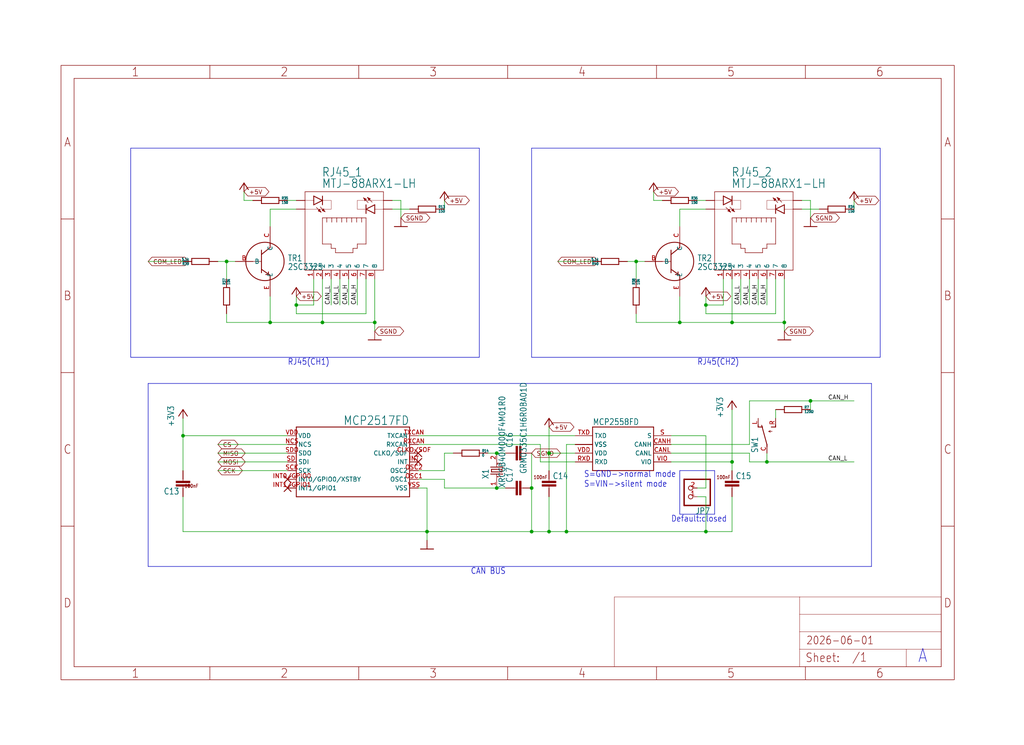
<source format=kicad_sch>
(kicad_sch (version 20230121) (generator eeschema)
  (paper "User" 298.45 217.17)
  (lib_symbols
    (symbol "(Eagle)PowerUnit-Bseries(ver2.0)-eagle-import:+3V3" (power)
      (property "Value" "+3V3" (at -2.54 -5.08 90))
      (symbol "+3V3_1_0"
        (polyline (pts (xy 0 0) (xy -1.27 -1.905)) (stroke (width 0.254)))
        (polyline (pts (xy 1.27 -1.905) (xy 0 0)) (stroke (width 0.254)))
        (pin power_in line (at 0 -2.54 90) (length 2.54) (name "+3V3") (number "1"))
      )
    )
    (symbol "(Eagle)PowerUnit-Bseries(ver2.0)-eagle-import:+5V" (power)
      (property "Value" "+5V" (at -2.54 -5.08 90))
      (symbol "+5V_1_0"
        (polyline (pts (xy 0 0) (xy -1.27 -1.905)) (stroke (width 0.254)))
        (polyline (pts (xy 1.27 -1.905) (xy 0 0)) (stroke (width 0.254)))
        (pin power_in line (at 0 -2.54 90) (length 2.54) (name "+5V") (number "1"))
      )
    )
    (symbol "(Eagle)PowerUnit-Bseries(ver2.0)-eagle-import:2SC3325"
      (property "Reference" "TR" (at 7.62 0 0))
      (symbol "2SC3325_1_0"
        (polyline (pts (xy -2.54 0) (xy 0 0)) (stroke (width 0.1524)))
        (polyline (pts (xy 0 -2.286) (xy 0 -3.302)) (stroke (width 0.254)))
        (polyline (pts (xy 0 -2.286) (xy 2.54 -4.064)) (stroke (width 0.254)))
        (polyline (pts (xy 0 2.032) (xy 0 -2.286)) (stroke (width 0.254)))
        (polyline (pts (xy 0 2.032) (xy 2.54 4.064)) (stroke (width 0.254)))
        (polyline (pts (xy 0 3.302) (xy 0 2.032)) (stroke (width 0.254)))
        (polyline (pts (xy 2.032 -3.81) (xy 1.27 -3.81)) (stroke (width 0.254)))
        (polyline (pts (xy 2.032 -3.81) (xy 2.032 -3.048)) (stroke (width 0.254)))
        (polyline (pts (xy 2.54 -4.064) (xy 2.54 -5.334)) (stroke (width 0.254)))
        (polyline (pts (xy 2.54 4.064) (xy 2.54 5.334)) (stroke (width 0.254)))
        (circle (center 1.016 0) (radius 5.588) (stroke (width 0.254)))
        (pin bidirectional line (at -7.62 0 0) (length 5.08) (name "B") (number "B"))
        (pin bidirectional line (at 2.54 10.16 270) (length 5.08) (name "C") (number "C"))
        (pin bidirectional line (at 2.54 -10.16 90) (length 5.08) (name "E") (number "E"))
      )
    )
    (symbol "(Eagle)PowerUnit-Bseries(ver2.0)-eagle-import:A4L-LOC"
      (symbol "A4L-LOC_1_0"
        (polyline (pts (xy 0 44.7675) (xy 3.81 44.7675)))
        (polyline (pts (xy 0 89.535) (xy 3.81 89.535)))
        (polyline (pts (xy 0 134.3025) (xy 3.81 134.3025)))
        (polyline (pts (xy 3.81 3.81) (xy 3.81 175.26)))
        (polyline (pts (xy 43.3917 0) (xy 43.3917 3.81)))
        (polyline (pts (xy 43.3917 175.26) (xy 43.3917 179.07)))
        (polyline (pts (xy 86.7833 0) (xy 86.7833 3.81)))
        (polyline (pts (xy 86.7833 175.26) (xy 86.7833 179.07)))
        (polyline (pts (xy 130.175 0) (xy 130.175 3.81)))
        (polyline (pts (xy 130.175 175.26) (xy 130.175 179.07)))
        (polyline (pts (xy 161.29 3.81) (xy 161.29 24.13)) (stroke (width 0.1016)))
        (polyline (pts (xy 161.29 24.13) (xy 215.265 24.13)) (stroke (width 0.1016)))
        (polyline (pts (xy 173.5667 0) (xy 173.5667 3.81)))
        (polyline (pts (xy 173.5667 175.26) (xy 173.5667 179.07)))
        (polyline (pts (xy 215.265 8.89) (xy 215.265 3.81)) (stroke (width 0.1016)))
        (polyline (pts (xy 215.265 8.89) (xy 215.265 13.97)) (stroke (width 0.1016)))
        (polyline (pts (xy 215.265 13.97) (xy 215.265 19.05)) (stroke (width 0.1016)))
        (polyline (pts (xy 215.265 13.97) (xy 256.54 13.97)) (stroke (width 0.1016)))
        (polyline (pts (xy 215.265 19.05) (xy 215.265 24.13)) (stroke (width 0.1016)))
        (polyline (pts (xy 215.265 19.05) (xy 256.54 19.05)) (stroke (width 0.1016)))
        (polyline (pts (xy 215.265 24.13) (xy 256.54 24.13)) (stroke (width 0.1016)))
        (polyline (pts (xy 216.9583 0) (xy 216.9583 3.81)))
        (polyline (pts (xy 216.9583 175.26) (xy 216.9583 179.07)))
        (polyline (pts (xy 246.38 3.81) (xy 246.38 8.89)) (stroke (width 0.1016)))
        (polyline (pts (xy 246.38 8.89) (xy 215.265 8.89)) (stroke (width 0.1016)))
        (polyline (pts (xy 246.38 8.89) (xy 256.54 8.89)) (stroke (width 0.1016)))
        (polyline (pts (xy 256.54 3.81) (xy 3.81 3.81)))
        (polyline (pts (xy 256.54 3.81) (xy 256.54 8.89)) (stroke (width 0.1016)))
        (polyline (pts (xy 256.54 3.81) (xy 256.54 175.26)))
        (polyline (pts (xy 256.54 8.89) (xy 256.54 13.97)) (stroke (width 0.1016)))
        (polyline (pts (xy 256.54 13.97) (xy 256.54 19.05)) (stroke (width 0.1016)))
        (polyline (pts (xy 256.54 19.05) (xy 256.54 24.13)) (stroke (width 0.1016)))
        (polyline (pts (xy 256.54 44.7675) (xy 260.35 44.7675)))
        (polyline (pts (xy 256.54 89.535) (xy 260.35 89.535)))
        (polyline (pts (xy 256.54 134.3025) (xy 260.35 134.3025)))
        (polyline (pts (xy 256.54 175.26) (xy 3.81 175.26)))
        (polyline (pts (xy 0 0) (xy 260.35 0) (xy 260.35 179.07) (xy 0 179.07) (xy 0 0)))
        (text "${#}/${##}" (at 230.505 5.08 0) (effects (font (size 2.54 2.159)) (justify left bottom)))
        (text "${CURRENT_DATE}" (at 217.17 10.16 0) (effects (font (size 2.286 1.9431)) (justify left bottom)))
        (text "${PROJECTNAME}" (at 217.17 15.24 0) (effects (font (size 2.54 2.159)) (justify left bottom)))
        (text "1" (at 21.6958 1.905 0) (effects (font (size 2.54 2.286))))
        (text "1" (at 21.6958 177.165 0) (effects (font (size 2.54 2.286))))
        (text "2" (at 65.0875 1.905 0) (effects (font (size 2.54 2.286))))
        (text "2" (at 65.0875 177.165 0) (effects (font (size 2.54 2.286))))
        (text "3" (at 108.4792 1.905 0) (effects (font (size 2.54 2.286))))
        (text "3" (at 108.4792 177.165 0) (effects (font (size 2.54 2.286))))
        (text "4" (at 151.8708 1.905 0) (effects (font (size 2.54 2.286))))
        (text "4" (at 151.8708 177.165 0) (effects (font (size 2.54 2.286))))
        (text "5" (at 195.2625 1.905 0) (effects (font (size 2.54 2.286))))
        (text "5" (at 195.2625 177.165 0) (effects (font (size 2.54 2.286))))
        (text "6" (at 238.6542 1.905 0) (effects (font (size 2.54 2.286))))
        (text "6" (at 238.6542 177.165 0) (effects (font (size 2.54 2.286))))
        (text "A" (at 1.905 156.6863 0) (effects (font (size 2.54 2.286))))
        (text "A" (at 258.445 156.6863 0) (effects (font (size 2.54 2.286))))
        (text "B" (at 1.905 111.9188 0) (effects (font (size 2.54 2.286))))
        (text "B" (at 258.445 111.9188 0) (effects (font (size 2.54 2.286))))
        (text "C" (at 1.905 67.1513 0) (effects (font (size 2.54 2.286))))
        (text "C" (at 258.445 67.1513 0) (effects (font (size 2.54 2.286))))
        (text "D" (at 1.905 22.3838 0) (effects (font (size 2.54 2.286))))
        (text "D" (at 258.445 22.3838 0) (effects (font (size 2.54 2.286))))
        (text "Sheet:" (at 216.916 4.953 0) (effects (font (size 2.54 2.159)) (justify left bottom)))
      )
    )
    (symbol "(Eagle)PowerUnit-Bseries(ver2.0)-eagle-import:CR0603"
      (property "Reference" "R" (at 3.302 0.254 0))
      (symbol "CR0603_1_0"
        (polyline (pts (xy -5.08 0) (xy -2.54 0)) (stroke (width 0.1524)))
        (polyline (pts (xy -2.54 -0.889) (xy -2.54 0)) (stroke (width 0.254)))
        (polyline (pts (xy -2.54 -0.889) (xy 2.54 -0.889)) (stroke (width 0.254)))
        (polyline (pts (xy -2.54 0) (xy -2.54 0.889)) (stroke (width 0.254)))
        (polyline (pts (xy 2.54 -0.889) (xy 2.54 0)) (stroke (width 0.254)))
        (polyline (pts (xy 2.54 0) (xy 2.54 0.889)) (stroke (width 0.254)))
        (polyline (pts (xy 2.54 0) (xy 5.08 0)) (stroke (width 0.1524)))
        (polyline (pts (xy 2.54 0.889) (xy -2.54 0.889)) (stroke (width 0.254)))
        (pin bidirectional line (at -5.08 0 0) (length 2.54) (name "LEFT") (number "LEFT"))
        (pin bidirectional line (at 5.08 0 180) (length 2.54) (name "RIGHT") (number "RIGHT"))
      )
    )
    (symbol "(Eagle)PowerUnit-Bseries(ver2.0)-eagle-import:GCM188L81H104KA57"
      (property "Reference" "C" (at 1.016 0 0))
      (symbol "GCM188L81H104KA57_1_0"
        (rectangle (start -2.032 -2.032) (end 2.032 -1.524) (fill (type outline)))
        (rectangle (start -2.032 -1.016) (end 2.032 -0.508) (fill (type outline)))
        (polyline (pts (xy 0 -5.08) (xy 0 -2.032)) (stroke (width 0.1524)))
        (polyline (pts (xy 0 -0.508) (xy 0 2.54)) (stroke (width 0.1524)))
        (text "100nF" (at -4.572 0 0) (effects (font (size 1.016 0.8636)) (justify left bottom)))
        (pin bidirectional line (at 0 2.54 270) (length 2.54) (name "P$1") (number "P$1"))
        (pin bidirectional line (at 0 -5.08 90) (length 2.54) (name "P$2") (number "P$2"))
      )
    )
    (symbol "(Eagle)PowerUnit-Bseries(ver2.0)-eagle-import:GRM0335C1H6R0BA01D"
      (property "Reference" "C" (at 1.524 0.381 0))
      (symbol "GRM0335C1H6R0BA01D_1_0"
        (rectangle (start -2.032 -2.032) (end 2.032 -1.524) (fill (type outline)))
        (rectangle (start -2.032 -1.016) (end 2.032 -0.508) (fill (type outline)))
        (polyline (pts (xy 0 -2.54) (xy 0 -2.032)) (stroke (width 0.1524)))
        (polyline (pts (xy 0 0) (xy 0 -0.508)) (stroke (width 0.1524)))
        (pin passive line (at 0 2.54 270) (length 2.54) (name "1") (number "1"))
        (pin passive line (at 0 -5.08 90) (length 2.54) (name "2") (number "2"))
      )
    )
    (symbol "(Eagle)PowerUnit-Bseries(ver2.0)-eagle-import:MCP2517FD"
      (symbol "MCP2517FD_1_0"
        (polyline (pts (xy 0 0) (xy 0 20.32)) (stroke (width 0.254)))
        (polyline (pts (xy 0 20.32) (xy 33.02 20.32)) (stroke (width 0.254)))
        (polyline (pts (xy 33.02 0) (xy 0 0)) (stroke (width 0.254)))
        (polyline (pts (xy 33.02 20.32) (xy 33.02 0)) (stroke (width 0.254)))
        (pin bidirectional line (at -2.54 12.7 0) (length 2.54) (name "CLKO/SOF") (number "CLKO/SOF"))
        (pin bidirectional line (at -2.54 10.16 0) (length 2.54) (name "INT") (number "INT"))
        (pin bidirectional line (at 35.56 5.08 180) (length 2.54) (name "INT0/GPIO0/XSTBY") (number "INT0/GPIO0"))
        (pin bidirectional line (at 35.56 2.54 180) (length 2.54) (name "INT1/GPIO1") (number "INT1/GPIO1"))
        (pin bidirectional line (at 35.56 15.24 180) (length 2.54) (name "NCS") (number "NCS"))
        (pin bidirectional line (at -2.54 5.08 0) (length 2.54) (name "OSC1") (number "OSC1"))
        (pin bidirectional line (at -2.54 7.62 0) (length 2.54) (name "OSC2") (number "OSC2"))
        (pin bidirectional line (at -2.54 15.24 0) (length 2.54) (name "RXCAN") (number "RXCAN"))
        (pin bidirectional line (at 35.56 7.62 180) (length 2.54) (name "SCK") (number "SCK"))
        (pin bidirectional line (at 35.56 10.16 180) (length 2.54) (name "SDI") (number "SDI"))
        (pin bidirectional line (at 35.56 12.7 180) (length 2.54) (name "SDO") (number "SDO"))
        (pin bidirectional line (at -2.54 17.78 0) (length 2.54) (name "TXCAN") (number "TXCAN"))
        (pin bidirectional line (at 35.56 17.78 180) (length 2.54) (name "VDD") (number "VDD"))
        (pin bidirectional line (at -2.54 2.54 0) (length 2.54) (name "VSS") (number "VSS"))
      )
    )
    (symbol "(Eagle)PowerUnit-Bseries(ver2.0)-eagle-import:MCP2558FD"
      (symbol "MCP2558FD_1_0"
        (polyline (pts (xy 0 0) (xy 17.78 0)) (stroke (width 0.254)))
        (polyline (pts (xy 0 12.7) (xy 0 0)) (stroke (width 0.254)))
        (polyline (pts (xy 17.78 0) (xy 17.78 12.7)) (stroke (width 0.254)))
        (polyline (pts (xy 17.78 12.7) (xy 0 12.7)) (stroke (width 0.254)))
        (pin bidirectional line (at 22.86 7.62 180) (length 5.08) (name "CANH") (number "CANH"))
        (pin bidirectional line (at 22.86 5.08 180) (length 5.08) (name "CANL") (number "CANL"))
        (pin bidirectional line (at -5.08 7.62 0) (length 5.08) (name "VSS") (number "EP"))
        (pin bidirectional line (at -5.08 2.54 0) (length 5.08) (name "RXD") (number "RXD"))
        (pin bidirectional line (at 22.86 10.16 180) (length 5.08) (name "S") (number "S"))
        (pin bidirectional line (at -5.08 10.16 0) (length 5.08) (name "TXD") (number "TXD"))
        (pin bidirectional line (at -5.08 5.08 0) (length 5.08) (name "VDD") (number "VDD"))
        (pin bidirectional line (at 22.86 2.54 180) (length 5.08) (name "VIO") (number "VIO"))
        (pin bidirectional line (at -5.08 7.62 0) (length 5.08) (name "VSS") (number "VSS"))
      )
    )
    (symbol "(Eagle)PowerUnit-Bseries(ver2.0)-eagle-import:MTJ-88ARX1-LH"
      (property "Reference" "RJ45_" (at 4.826 27.178 0))
      (symbol "MTJ-88ARX1-LH_1_0"
        (polyline (pts (xy 0 0) (xy 22.86 0)) (stroke (width 0.1524)))
        (polyline (pts (xy 0 17.78) (xy 0 0)) (stroke (width 0.1524)))
        (polyline (pts (xy 0 17.78) (xy 7.62 17.78)) (stroke (width 0.0762)))
        (polyline (pts (xy 0 20.32) (xy 0 17.78)) (stroke (width 0.1524)))
        (polyline (pts (xy 0 20.32) (xy 2.54 20.32)) (stroke (width 0.0762)))
        (polyline (pts (xy 0 22.86) (xy 0 20.32)) (stroke (width 0.1524)))
        (polyline (pts (xy 2.54 20.32) (xy 2.54 19.05)) (stroke (width 0.254)))
        (polyline (pts (xy 2.54 21.59) (xy 2.54 20.32)) (stroke (width 0.254)))
        (polyline (pts (xy 2.54 21.59) (xy 5.08 20.32)) (stroke (width 0.254)))
        (polyline (pts (xy 3.302 18.288) (xy 4.699 16.891)) (stroke (width 0.1524)))
        (polyline (pts (xy 4.445 18.415) (xy 5.842 17.018)) (stroke (width 0.1524)))
        (polyline (pts (xy 5.08 7.62) (xy 7.62 7.62)) (stroke (width 0.1524)))
        (polyline (pts (xy 5.08 15.24) (xy 5.08 7.62)) (stroke (width 0.1524)))
        (polyline (pts (xy 5.08 20.32) (xy 2.54 19.05)) (stroke (width 0.254)))
        (polyline (pts (xy 5.08 20.32) (xy 5.08 19.05)) (stroke (width 0.254)))
        (polyline (pts (xy 5.08 21.59) (xy 5.08 20.32)) (stroke (width 0.254)))
        (polyline (pts (xy 6.35 15.24) (xy 5.08 15.24)) (stroke (width 0.1524)))
        (polyline (pts (xy 6.35 15.24) (xy 6.35 13.97)) (stroke (width 0.1524)))
        (polyline (pts (xy 7.62 6.35) (xy 8.89 6.35)) (stroke (width 0.1524)))
        (polyline (pts (xy 7.62 7.62) (xy 7.62 6.35)) (stroke (width 0.1524)))
        (polyline (pts (xy 7.62 17.78) (xy 7.62 20.32)) (stroke (width 0.0762)))
        (polyline (pts (xy 7.62 20.32) (xy 5.08 20.32)) (stroke (width 0.0762)))
        (polyline (pts (xy 7.8014 15.24) (xy 6.35 15.24)) (stroke (width 0.1524)))
        (polyline (pts (xy 7.8014 15.24) (xy 7.8014 13.97)) (stroke (width 0.1524)))
        (polyline (pts (xy 8.89 5.08) (xy 13.97 5.08)) (stroke (width 0.1524)))
        (polyline (pts (xy 8.89 6.35) (xy 8.89 5.08)) (stroke (width 0.1524)))
        (polyline (pts (xy 9.2528 15.24) (xy 7.8014 15.24)) (stroke (width 0.1524)))
        (polyline (pts (xy 9.2528 15.24) (xy 9.2528 13.97)) (stroke (width 0.1524)))
        (polyline (pts (xy 10.7042 15.24) (xy 9.2528 15.24)) (stroke (width 0.1524)))
        (polyline (pts (xy 10.7042 15.24) (xy 10.7042 13.97)) (stroke (width 0.1524)))
        (polyline (pts (xy 12.1557 15.24) (xy 10.7042 15.24)) (stroke (width 0.1524)))
        (polyline (pts (xy 12.1557 15.24) (xy 12.1557 13.97)) (stroke (width 0.1524)))
        (polyline (pts (xy 13.6071 15.24) (xy 12.1557 15.24)) (stroke (width 0.1524)))
        (polyline (pts (xy 13.6071 15.24) (xy 13.6071 13.97)) (stroke (width 0.1524)))
        (polyline (pts (xy 13.97 5.08) (xy 13.97 6.35)) (stroke (width 0.1524)))
        (polyline (pts (xy 13.97 6.35) (xy 15.24 6.35)) (stroke (width 0.1524)))
        (polyline (pts (xy 15.0585 15.24) (xy 13.6071 15.24)) (stroke (width 0.1524)))
        (polyline (pts (xy 15.0585 15.24) (xy 15.0585 13.97)) (stroke (width 0.1524)))
        (polyline (pts (xy 15.24 6.35) (xy 15.24 7.62)) (stroke (width 0.1524)))
        (polyline (pts (xy 15.24 7.62) (xy 17.78 7.62)) (stroke (width 0.1524)))
        (polyline (pts (xy 15.24 17.78) (xy 15.24 20.32)) (stroke (width 0.0762)))
        (polyline (pts (xy 15.24 20.32) (xy 22.86 20.32)) (stroke (width 0.0762)))
        (polyline (pts (xy 16.51 15.24) (xy 15.0585 15.24)) (stroke (width 0.1524)))
        (polyline (pts (xy 16.51 15.24) (xy 16.51 13.97)) (stroke (width 0.1524)))
        (polyline (pts (xy 17.78 7.62) (xy 17.78 15.24)) (stroke (width 0.1524)))
        (polyline (pts (xy 17.78 15.24) (xy 16.51 15.24)) (stroke (width 0.1524)))
        (polyline (pts (xy 17.78 16.51) (xy 17.78 17.78)) (stroke (width 0.254)))
        (polyline (pts (xy 17.78 17.78) (xy 15.24 17.78)) (stroke (width 0.0762)))
        (polyline (pts (xy 17.78 17.78) (xy 17.78 19.05)) (stroke (width 0.254)))
        (polyline (pts (xy 17.78 17.78) (xy 20.32 19.05)) (stroke (width 0.254)))
        (polyline (pts (xy 18.415 19.685) (xy 17.018 21.082)) (stroke (width 0.1524)))
        (polyline (pts (xy 19.558 19.812) (xy 18.161 21.209)) (stroke (width 0.1524)))
        (polyline (pts (xy 20.32 16.51) (xy 17.78 17.78)) (stroke (width 0.254)))
        (polyline (pts (xy 20.32 16.51) (xy 20.32 17.78)) (stroke (width 0.254)))
        (polyline (pts (xy 20.32 17.78) (xy 20.32 19.05)) (stroke (width 0.254)))
        (polyline (pts (xy 22.86 0) (xy 22.86 17.78)) (stroke (width 0.1524)))
        (polyline (pts (xy 22.86 17.78) (xy 20.32 17.78)) (stroke (width 0.0762)))
        (polyline (pts (xy 22.86 17.78) (xy 22.86 20.32)) (stroke (width 0.1524)))
        (polyline (pts (xy 22.86 20.32) (xy 22.86 22.86)) (stroke (width 0.1524)))
        (polyline (pts (xy 22.86 22.86) (xy 0 22.86)) (stroke (width 0.1524)))
        (polyline (pts (xy 4.699 16.891) (xy 3.81 17.272) (xy 4.318 17.78)) (stroke (width 0.1524)) (fill (type outline)))
        (polyline (pts (xy 5.842 17.018) (xy 4.953 17.399) (xy 5.461 17.907)) (stroke (width 0.1524)) (fill (type outline)))
        (polyline (pts (xy 17.018 21.082) (xy 17.907 20.701) (xy 17.399 20.193)) (stroke (width 0.1524)) (fill (type outline)))
        (polyline (pts (xy 18.161 21.209) (xy 19.05 20.828) (xy 18.542 20.32)) (stroke (width 0.1524)) (fill (type outline)))
        (pin bidirectional line (at 2.54 -2.54 90) (length 2.54) (name "1") (number "1"))
        (pin bidirectional line (at 5.08 -2.54 90) (length 2.54) (name "2") (number "2"))
        (pin bidirectional line (at 7.62 -2.54 90) (length 2.54) (name "3") (number "3"))
        (pin bidirectional line (at 10.16 -2.54 90) (length 2.54) (name "4") (number "4"))
        (pin bidirectional line (at 12.7 -2.54 90) (length 2.54) (name "5") (number "5"))
        (pin bidirectional line (at 15.24 -2.54 90) (length 2.54) (name "6") (number "6"))
        (pin bidirectional line (at 17.78 -2.54 90) (length 2.54) (name "7") (number "7"))
        (pin bidirectional line (at 20.32 -2.54 90) (length 2.54) (name "8") (number "8"))
        (pin bidirectional line (at -2.54 20.32 0) (length 2.54) (name "LED1_A") (number "LED1_A"))
        (pin bidirectional line (at -2.54 17.78 0) (length 2.54) (name "LED1_K") (number "LED1_K"))
        (pin bidirectional line (at 25.4 17.78 180) (length 2.54) (name "LED2_A") (number "LED2_A"))
        (pin bidirectional line (at 25.4 20.32 180) (length 2.54) (name "LED2_K") (number "LED2_K"))
      )
    )
    (symbol "(Eagle)PowerUnit-Bseries(ver2.0)-eagle-import:NC"
      (symbol "NC_1_0"
        (polyline (pts (xy -1.016 -1.016) (xy 1.016 1.016)) (stroke (width 0.254)))
        (polyline (pts (xy -1.016 1.016) (xy 1.016 -1.016)) (stroke (width 0.254)))
      )
    )
    (symbol "(Eagle)PowerUnit-Bseries(ver2.0)-eagle-import:PINHD-1X2"
      (property "Reference" "JP" (at -6.35 5.715 0))
      (symbol "PINHD-1X2_1_0"
        (polyline (pts (xy -6.35 -2.54) (xy 1.27 -2.54)) (stroke (width 0.4064)))
        (polyline (pts (xy -6.35 5.08) (xy -6.35 -2.54)) (stroke (width 0.4064)))
        (polyline (pts (xy 1.27 -2.54) (xy 1.27 5.08)) (stroke (width 0.4064)))
        (polyline (pts (xy 1.27 5.08) (xy -6.35 5.08)) (stroke (width 0.4064)))
        (pin passive inverted (at -2.54 2.54 0) (length 2.54) (name "1") (number "1"))
        (pin passive inverted (at -2.54 0 0) (length 2.54) (name "2") (number "2"))
      )
    )
    (symbol "(Eagle)PowerUnit-Bseries(ver2.0)-eagle-import:SS-12SDP2"
      (property "Reference" "SW" (at 5.08 -2.54 90))
      (symbol "SS-12SDP2_1_0"
        (polyline (pts (xy -2.54 2.54) (xy -2.54 3.175)) (stroke (width 0.254)))
        (polyline (pts (xy -2.54 2.54) (xy -1.27 2.54)) (stroke (width 0.254)))
        (polyline (pts (xy 0 -3.175) (xy 0 -2.54)) (stroke (width 0.254)))
        (polyline (pts (xy 0 -2.54) (xy -1.524 3.048)) (stroke (width 0.254)))
        (polyline (pts (xy 0.508 1.27) (xy 1.016 1.016)) (stroke (width 0.1524)))
        (polyline (pts (xy 0.508 1.27) (xy 1.016 1.524)) (stroke (width 0.1524)))
        (polyline (pts (xy 0.508 1.27) (xy 1.524 1.27)) (stroke (width 0.1524)))
        (polyline (pts (xy 1.27 2.54) (xy 2.54 2.54)) (stroke (width 0.254)))
        (polyline (pts (xy 2.54 2.54) (xy 2.54 3.175)) (stroke (width 0.254)))
        (pin passive line (at 0 -5.08 90) (length 2.54) (name "C") (number "C"))
        (pin passive line (at -2.54 5.08 270) (length 2.54) (name "L") (number "L"))
        (pin passive line (at 2.54 5.08 270) (length 2.54) (name "R") (number "R"))
      )
    )
    (symbol "(Eagle)PowerUnit-Bseries(ver2.0)-eagle-import:XRCGB40M000F4M01R0"
      (property "Reference" "X" (at -2.54 2.286 0))
      (symbol "XRCGB40M000F4M01R0_1_0"
        (polyline (pts (xy -2.54 0) (xy -1.016 0)) (stroke (width 0.1524)))
        (polyline (pts (xy -1.016 1.778) (xy -1.016 -1.778)) (stroke (width 0.254)))
        (polyline (pts (xy -0.381 -1.524) (xy 0.381 -1.524)) (stroke (width 0.254)))
        (polyline (pts (xy -0.381 1.524) (xy -0.381 -1.524)) (stroke (width 0.254)))
        (polyline (pts (xy 0.381 -1.524) (xy 0.381 1.524)) (stroke (width 0.254)))
        (polyline (pts (xy 0.381 1.524) (xy -0.381 1.524)) (stroke (width 0.254)))
        (polyline (pts (xy 1.016 0) (xy 2.54 0)) (stroke (width 0.1524)))
        (polyline (pts (xy 1.016 1.778) (xy 1.016 -1.778)) (stroke (width 0.254)))
        (text "1" (at -2.159 -1.143 0) (effects (font (size 0.8636 0.734)) (justify left bottom)))
        (text "2" (at 1.524 -1.143 0) (effects (font (size 0.8636 0.734)) (justify left bottom)))
        (pin passive line (at -5.08 0 0) (length 2.54) (name "1") (number "1"))
        (pin passive line (at 5.08 0 180) (length 2.54) (name "2") (number "2"))
      )
    )
    (symbol "(Eagle)PowerUnit-Bseries(ver2.0)-eagle-import:supply1_GND" (power)
      (property "Value" "supply1_GND" (at -2.54 -2.54 0))
      (symbol "supply1_GND_1_0"
        (polyline (pts (xy -1.905 0) (xy 1.905 0)) (stroke (width 0.254)))
        (pin power_in line (at 0 2.54 270) (length 2.54) (name "GND") (number "1"))
      )
    )
  )
  (junction (at 154.94 154.94))
  (junction (at 228.6 93.98))
  (junction (at 205.74 154.94))
  (junction (at 185.42 76.2))
  (junction (at 66.04 76.2))
  (junction (at 165.1 154.94))
  (junction (at 213.36 134.62))
  (junction (at 93.98 93.98))
  (junction (at 124.46 154.94))
  (junction (at 223.52 134.62))
  (junction (at 53.34 127))
  (junction (at 78.74 93.98))
  (junction (at 154.94 142.24))
  (junction (at 205.74 88.9))
  (junction (at 160.02 132.08))
  (junction (at 109.22 93.98))
  (junction (at 160.02 154.94))
  (junction (at 236.22 116.84))
  (junction (at 198.12 93.98))
  (junction (at 144.78 132.08))
  (junction (at 213.36 93.98))
  (junction (at 86.36 88.9))
  (junction (at 144.78 142.24))
  (wire (pts (xy 78.74 86.36) (xy 78.74 93.98)) (stroke (width 0.1524)))
  (wire (pts (xy 160.02 124.46) (xy 160.02 132.08)) (stroke (width 0.1524)))
  (wire (pts (xy 66.04 91.44) (xy 66.04 93.98)) (stroke (width 0.1524)))
  (wire (pts (xy 205.74 154.94) (xy 165.1 154.94)) (stroke (width 0.1524)))
  (wire (pts (xy 205.74 142.24) (xy 205.74 127)) (stroke (width 0.1524)))
  (wire (pts (xy 185.42 93.98) (xy 185.42 91.44)) (stroke (width 0.1524)))
  (polyline (pts (xy 38.1 43.18) (xy 38.1 104.14)) (stroke (width 0.1524) (type solid)))
  (wire (pts (xy 213.36 154.94) (xy 205.74 154.94)) (stroke (width 0.1524)))
  (wire (pts (xy 71.12 58.42) (xy 73.66 58.42)) (stroke (width 0.1524)))
  (wire (pts (xy 129.54 132.08) (xy 132.08 132.08)) (stroke (width 0.1524)))
  (wire (pts (xy 91.44 81.28) (xy 91.44 88.9)) (stroke (width 0.1524)))
  (wire (pts (xy 228.6 93.98) (xy 228.6 81.28)) (stroke (width 0.1524)))
  (wire (pts (xy 210.82 88.9) (xy 210.82 81.28)) (stroke (width 0.1524)))
  (wire (pts (xy 205.74 86.36) (xy 205.74 88.9)) (stroke (width 0.1524)))
  (wire (pts (xy 142.24 132.08) (xy 144.78 132.08)) (stroke (width 0.1524)))
  (wire (pts (xy 236.22 116.84) (xy 248.92 116.84)) (stroke (width 0.1524)))
  (wire (pts (xy 185.42 81.28) (xy 185.42 76.2)) (stroke (width 0.1524)))
  (polyline (pts (xy 43.18 111.76) (xy 43.18 165.1)) (stroke (width 0.1524) (type solid)))
  (wire (pts (xy 215.9 81.28) (xy 215.9 88.9)) (stroke (width 0.1524)))
  (wire (pts (xy 83.82 134.62) (xy 63.5 134.62)) (stroke (width 0.1524)))
  (polyline (pts (xy 139.7 43.18) (xy 38.1 43.18)) (stroke (width 0.1524) (type solid)))
  (wire (pts (xy 99.06 81.28) (xy 99.06 88.9)) (stroke (width 0.1524)))
  (wire (pts (xy 165.1 129.54) (xy 165.1 154.94)) (stroke (width 0.1524)))
  (polyline (pts (xy 43.18 165.1) (xy 254 165.1)) (stroke (width 0.1524) (type solid)))
  (polyline (pts (xy 198.12 149.86) (xy 208.28 149.86)) (stroke (width 0.1524) (type solid)))
  (wire (pts (xy 83.82 127) (xy 53.34 127)) (stroke (width 0.1524)))
  (wire (pts (xy 198.12 93.98) (xy 213.36 93.98)) (stroke (width 0.1524)))
  (wire (pts (xy 228.6 96.52) (xy 228.6 93.98)) (stroke (width 0.1524)))
  (wire (pts (xy 129.54 137.16) (xy 129.54 132.08)) (stroke (width 0.1524)))
  (wire (pts (xy 86.36 88.9) (xy 91.44 88.9)) (stroke (width 0.1524)))
  (wire (pts (xy 228.6 93.98) (xy 213.36 93.98)) (stroke (width 0.1524)))
  (polyline (pts (xy 154.94 104.14) (xy 256.54 104.14)) (stroke (width 0.1524) (type solid)))
  (wire (pts (xy 86.36 60.96) (xy 78.74 60.96)) (stroke (width 0.1524)))
  (wire (pts (xy 218.44 81.28) (xy 218.44 88.9)) (stroke (width 0.1524)))
  (wire (pts (xy 66.04 81.28) (xy 66.04 76.2)) (stroke (width 0.1524)))
  (polyline (pts (xy 208.28 137.16) (xy 198.12 137.16)) (stroke (width 0.1524) (type solid)))
  (wire (pts (xy 223.52 132.08) (xy 223.52 134.62)) (stroke (width 0.1524)))
  (wire (pts (xy 167.64 129.54) (xy 165.1 129.54)) (stroke (width 0.1524)))
  (wire (pts (xy 53.34 137.16) (xy 53.34 127)) (stroke (width 0.1524)))
  (wire (pts (xy 203.2 144.78) (xy 205.74 144.78)) (stroke (width 0.1524)))
  (wire (pts (xy 238.76 60.96) (xy 233.68 60.96)) (stroke (width 0.1524)))
  (wire (pts (xy 205.74 127) (xy 195.58 127)) (stroke (width 0.1524)))
  (wire (pts (xy 160.02 154.94) (xy 154.94 154.94)) (stroke (width 0.1524)))
  (wire (pts (xy 121.92 129.54) (xy 157.48 129.54)) (stroke (width 0.1524)))
  (wire (pts (xy 63.5 76.2) (xy 66.04 76.2)) (stroke (width 0.1524)))
  (wire (pts (xy 213.36 81.28) (xy 213.36 93.98)) (stroke (width 0.1524)))
  (polyline (pts (xy 38.1 104.14) (xy 139.7 104.14)) (stroke (width 0.1524) (type solid)))
  (polyline (pts (xy 154.94 43.18) (xy 154.94 104.14)) (stroke (width 0.1524) (type solid)))
  (wire (pts (xy 236.22 58.42) (xy 236.22 63.5)) (stroke (width 0.1524)))
  (wire (pts (xy 119.38 60.96) (xy 114.3 60.96)) (stroke (width 0.1524)))
  (wire (pts (xy 205.74 60.96) (xy 198.12 60.96)) (stroke (width 0.1524)))
  (wire (pts (xy 83.82 58.42) (xy 86.36 58.42)) (stroke (width 0.1524)))
  (wire (pts (xy 154.94 142.24) (xy 154.94 154.94)) (stroke (width 0.1524)))
  (wire (pts (xy 195.58 132.08) (xy 218.44 132.08)) (stroke (width 0.1524)))
  (wire (pts (xy 218.44 116.84) (xy 236.22 116.84)) (stroke (width 0.1524)))
  (wire (pts (xy 218.44 132.08) (xy 218.44 134.62)) (stroke (width 0.1524)))
  (wire (pts (xy 121.92 137.16) (xy 129.54 137.16)) (stroke (width 0.1524)))
  (wire (pts (xy 124.46 154.94) (xy 124.46 157.48)) (stroke (width 0.1524)))
  (wire (pts (xy 78.74 93.98) (xy 93.98 93.98)) (stroke (width 0.1524)))
  (wire (pts (xy 205.74 88.9) (xy 210.82 88.9)) (stroke (width 0.1524)))
  (wire (pts (xy 78.74 60.96) (xy 78.74 66.04)) (stroke (width 0.1524)))
  (wire (pts (xy 93.98 81.28) (xy 93.98 93.98)) (stroke (width 0.1524)))
  (polyline (pts (xy 254 111.76) (xy 43.18 111.76)) (stroke (width 0.1524) (type solid)))
  (wire (pts (xy 165.1 154.94) (xy 160.02 154.94)) (stroke (width 0.1524)))
  (wire (pts (xy 198.12 60.96) (xy 198.12 66.04)) (stroke (width 0.1524)))
  (wire (pts (xy 144.78 142.24) (xy 147.32 142.24)) (stroke (width 0.1524)))
  (wire (pts (xy 160.02 144.78) (xy 160.02 154.94)) (stroke (width 0.1524)))
  (polyline (pts (xy 198.12 137.16) (xy 198.12 149.86)) (stroke (width 0.1524) (type solid)))
  (wire (pts (xy 160.02 132.08) (xy 167.64 132.08)) (stroke (width 0.1524)))
  (wire (pts (xy 121.92 142.24) (xy 124.46 142.24)) (stroke (width 0.1524)))
  (wire (pts (xy 144.78 132.08) (xy 147.32 132.08)) (stroke (width 0.1524)))
  (wire (pts (xy 53.34 127) (xy 53.34 121.92)) (stroke (width 0.1524)))
  (wire (pts (xy 248.92 60.96) (xy 248.92 58.42)) (stroke (width 0.1524)))
  (wire (pts (xy 83.82 129.54) (xy 63.5 129.54)) (stroke (width 0.1524)))
  (wire (pts (xy 86.36 86.36) (xy 86.36 88.9)) (stroke (width 0.1524)))
  (wire (pts (xy 182.88 76.2) (xy 185.42 76.2)) (stroke (width 0.1524)))
  (wire (pts (xy 86.36 91.44) (xy 106.68 91.44)) (stroke (width 0.1524)))
  (wire (pts (xy 104.14 81.28) (xy 104.14 88.9)) (stroke (width 0.1524)))
  (wire (pts (xy 101.6 81.28) (xy 101.6 88.9)) (stroke (width 0.1524)))
  (wire (pts (xy 53.34 76.2) (xy 43.18 76.2)) (stroke (width 0.1524)))
  (wire (pts (xy 172.72 76.2) (xy 162.56 76.2)) (stroke (width 0.1524)))
  (wire (pts (xy 190.5 55.88) (xy 190.5 58.42)) (stroke (width 0.1524)))
  (wire (pts (xy 154.94 132.08) (xy 154.94 142.24)) (stroke (width 0.1524)))
  (wire (pts (xy 66.04 76.2) (xy 68.58 76.2)) (stroke (width 0.1524)))
  (wire (pts (xy 203.2 142.24) (xy 205.74 142.24)) (stroke (width 0.1524)))
  (wire (pts (xy 198.12 93.98) (xy 185.42 93.98)) (stroke (width 0.1524)))
  (wire (pts (xy 205.74 88.9) (xy 205.74 91.44)) (stroke (width 0.1524)))
  (wire (pts (xy 83.82 132.08) (xy 63.5 132.08)) (stroke (width 0.1524)))
  (wire (pts (xy 213.36 134.62) (xy 213.36 119.38)) (stroke (width 0.1524)))
  (polyline (pts (xy 254 165.1) (xy 254 111.76)) (stroke (width 0.1524) (type solid)))
  (wire (pts (xy 124.46 142.24) (xy 124.46 154.94)) (stroke (width 0.1524)))
  (wire (pts (xy 190.5 58.42) (xy 193.04 58.42)) (stroke (width 0.1524)))
  (wire (pts (xy 195.58 134.62) (xy 213.36 134.62)) (stroke (width 0.1524)))
  (wire (pts (xy 223.52 81.28) (xy 223.52 88.9)) (stroke (width 0.1524)))
  (polyline (pts (xy 256.54 104.14) (xy 256.54 43.18)) (stroke (width 0.1524) (type solid)))
  (wire (pts (xy 223.52 134.62) (xy 248.92 134.62)) (stroke (width 0.1524)))
  (wire (pts (xy 121.92 139.7) (xy 129.54 139.7)) (stroke (width 0.1524)))
  (wire (pts (xy 53.34 154.94) (xy 124.46 154.94)) (stroke (width 0.1524)))
  (polyline (pts (xy 208.28 149.86) (xy 208.28 137.16)) (stroke (width 0.1524) (type solid)))
  (wire (pts (xy 71.12 55.88) (xy 71.12 58.42)) (stroke (width 0.1524)))
  (wire (pts (xy 213.36 144.78) (xy 213.36 154.94)) (stroke (width 0.1524)))
  (wire (pts (xy 53.34 144.78) (xy 53.34 154.94)) (stroke (width 0.1524)))
  (wire (pts (xy 198.12 86.36) (xy 198.12 93.98)) (stroke (width 0.1524)))
  (wire (pts (xy 121.92 127) (xy 167.64 127)) (stroke (width 0.1524)))
  (wire (pts (xy 154.94 154.94) (xy 124.46 154.94)) (stroke (width 0.1524)))
  (wire (pts (xy 157.48 134.62) (xy 167.64 134.62)) (stroke (width 0.1524)))
  (wire (pts (xy 233.68 58.42) (xy 236.22 58.42)) (stroke (width 0.1524)))
  (polyline (pts (xy 139.7 104.14) (xy 139.7 43.18)) (stroke (width 0.1524) (type solid)))
  (wire (pts (xy 236.22 119.38) (xy 236.22 116.84)) (stroke (width 0.1524)))
  (wire (pts (xy 218.44 134.62) (xy 223.52 134.62)) (stroke (width 0.1524)))
  (wire (pts (xy 160.02 137.16) (xy 160.02 132.08)) (stroke (width 0.1524)))
  (wire (pts (xy 96.52 81.28) (xy 96.52 88.9)) (stroke (width 0.1524)))
  (wire (pts (xy 226.06 81.28) (xy 226.06 91.44)) (stroke (width 0.1524)))
  (wire (pts (xy 129.54 142.24) (xy 144.78 142.24)) (stroke (width 0.1524)))
  (wire (pts (xy 185.42 76.2) (xy 187.96 76.2)) (stroke (width 0.1524)))
  (wire (pts (xy 129.54 139.7) (xy 129.54 142.24)) (stroke (width 0.1524)))
  (polyline (pts (xy 256.54 43.18) (xy 154.94 43.18)) (stroke (width 0.1524) (type solid)))
  (wire (pts (xy 109.22 93.98) (xy 93.98 93.98)) (stroke (width 0.1524)))
  (wire (pts (xy 86.36 88.9) (xy 86.36 91.44)) (stroke (width 0.1524)))
  (wire (pts (xy 157.48 129.54) (xy 157.48 134.62)) (stroke (width 0.1524)))
  (wire (pts (xy 66.04 93.98) (xy 78.74 93.98)) (stroke (width 0.1524)))
  (wire (pts (xy 218.44 129.54) (xy 218.44 116.84)) (stroke (width 0.1524)))
  (wire (pts (xy 226.06 121.92) (xy 226.06 119.38)) (stroke (width 0.1524)))
  (wire (pts (xy 129.54 58.42) (xy 129.54 60.96)) (stroke (width 0.1524)))
  (wire (pts (xy 205.74 144.78) (xy 205.74 154.94)) (stroke (width 0.1524)))
  (wire (pts (xy 195.58 129.54) (xy 218.44 129.54)) (stroke (width 0.1524)))
  (wire (pts (xy 213.36 137.16) (xy 213.36 134.62)) (stroke (width 0.1524)))
  (wire (pts (xy 220.98 81.28) (xy 220.98 88.9)) (stroke (width 0.1524)))
  (wire (pts (xy 83.82 137.16) (xy 63.5 137.16)) (stroke (width 0.1524)))
  (wire (pts (xy 205.74 91.44) (xy 226.06 91.44)) (stroke (width 0.1524)))
  (wire (pts (xy 109.22 93.98) (xy 109.22 81.28)) (stroke (width 0.1524)))
  (wire (pts (xy 114.3 58.42) (xy 116.84 58.42)) (stroke (width 0.1524)))
  (wire (pts (xy 106.68 81.28) (xy 106.68 91.44)) (stroke (width 0.1524)))
  (wire (pts (xy 109.22 96.52) (xy 109.22 93.98)) (stroke (width 0.1524)))
  (wire (pts (xy 116.84 58.42) (xy 116.84 63.5)) (stroke (width 0.1524)))
  (wire (pts (xy 203.2 58.42) (xy 205.74 58.42)) (stroke (width 0.1524)))
  (text "A" (at 267.462 193.548 0) (effects (font (size 3.81 3.2385)) (justify left bottom)))
  (text "CAN BUS" (at 137.16 167.64 0) (effects (font (size 1.778 1.5113)) (justify left bottom)))
  (text "S=GND->normal mode\nS=VIN->silent mode" (at 170.18 142.24 0) (effects (font (size 1.778 1.5113)) (justify left bottom)))
  (text "RJ45(CH1)" (at 83.82 106.68 0) (effects (font (size 1.778 1.5113)) (justify left bottom)))
  (text "RJ45(CH2)" (at 203.2 106.68 0) (effects (font (size 1.778 1.5113)) (justify left bottom)))
  (text "Default:closed" (at 195.58 152.4 0) (effects (font (size 1.778 1.5113)) (justify left bottom)))
  (label "CAN_L" (at 241.3 134.62 0) (effects (font (size 1.2446 1.2446))))
  (label "CAN_H" (at 220.98 88.9 90) (effects (font (size 1.2446 1.2446))))
  (label "CAN_L" (at 218.44 88.9 90) (effects (font (size 1.2446 1.2446))))
  (label "CAN_H" (at 101.6 88.9 90) (effects (font (size 1.2446 1.2446))))
  (label "CAN_L" (at 99.06 88.9 90) (effects (font (size 1.2446 1.2446))))
  (label "CAN_L" (at 96.52 88.9 90) (effects (font (size 1.2446 1.2446))))
  (label "CAN_H" (at 223.52 88.9 90) (effects (font (size 1.2446 1.2446))))
  (label "CAN_L" (at 215.9 88.9 90) (effects (font (size 1.2446 1.2446))))
  (label "CAN_H" (at 104.14 88.9 90) (effects (font (size 1.2446 1.2446))))
  (label "CAN_H" (at 241.3 116.84 0) (effects (font (size 1.2446 1.2446))))
  (global_label "+5V" (shape bidirectional) (at 248.92 58.42 0) (effects (font (size 1.2446 1.2446))) (property "Intersheetrefs" "${INTERSHEET_REFS}" (effects hide)))
  (global_label "SCK" (shape bidirectional) (at 63.5 137.16 0) (effects (font (size 1.2446 1.2446))) (property "Intersheetrefs" "${INTERSHEET_REFS}" (effects hide)))
  (global_label "SGND" (shape bidirectional) (at 154.94 132.08 0) (effects (font (size 1.2446 1.2446))) (property "Intersheetrefs" "${INTERSHEET_REFS}" (effects hide)))
  (global_label "+5V" (shape bidirectional) (at 160.02 124.46 0) (effects (font (size 1.2446 1.2446))) (property "Intersheetrefs" "${INTERSHEET_REFS}" (effects hide)))
  (global_label "SGND" (shape bidirectional) (at 236.22 63.5 0) (effects (font (size 1.2446 1.2446))) (property "Intersheetrefs" "${INTERSHEET_REFS}" (effects hide)))
  (global_label "+5V" (shape bidirectional) (at 205.74 86.36 0) (effects (font (size 1.2446 1.2446))) (property "Intersheetrefs" "${INTERSHEET_REFS}" (effects hide)))
  (global_label "SGND" (shape bidirectional) (at 228.6 96.52 0) (effects (font (size 1.2446 1.2446))) (property "Intersheetrefs" "${INTERSHEET_REFS}" (effects hide)))
  (global_label "COM_LED" (shape bidirectional) (at 162.56 76.2 0) (effects (font (size 1.2446 1.2446))) (property "Intersheetrefs" "${INTERSHEET_REFS}" (effects hide)))
  (global_label "SGND" (shape bidirectional) (at 116.84 63.5 0) (effects (font (size 1.2446 1.2446))) (property "Intersheetrefs" "${INTERSHEET_REFS}" (effects hide)))
  (global_label "SGND" (shape bidirectional) (at 109.22 96.52 0) (effects (font (size 1.2446 1.2446))) (property "Intersheetrefs" "${INTERSHEET_REFS}" (effects hide)))
  (global_label "CS" (shape bidirectional) (at 63.5 129.54 0) (effects (font (size 1.2446 1.2446))) (property "Intersheetrefs" "${INTERSHEET_REFS}" (effects hide)))
  (global_label "MISO" (shape bidirectional) (at 63.5 132.08 0) (effects (font (size 1.2446 1.2446))) (property "Intersheetrefs" "${INTERSHEET_REFS}" (effects hide)))
  (global_label "COM_LED" (shape bidirectional) (at 43.18 76.2 0) (effects (font (size 1.2446 1.2446))) (property "Intersheetrefs" "${INTERSHEET_REFS}" (effects hide)))
  (global_label "+5V" (shape bidirectional) (at 71.12 55.88 0) (effects (font (size 1.2446 1.2446))) (property "Intersheetrefs" "${INTERSHEET_REFS}" (effects hide)))
  (global_label "+5V" (shape bidirectional) (at 129.54 58.42 0) (effects (font (size 1.2446 1.2446))) (property "Intersheetrefs" "${INTERSHEET_REFS}" (effects hide)))
  (global_label "+5V" (shape bidirectional) (at 190.5 55.88 0) (effects (font (size 1.2446 1.2446))) (property "Intersheetrefs" "${INTERSHEET_REFS}" (effects hide)))
  (global_label "+5V" (shape bidirectional) (at 86.36 86.36 0) (effects (font (size 1.2446 1.2446))) (property "Intersheetrefs" "${INTERSHEET_REFS}" (effects hide)))
  (global_label "MOSI" (shape bidirectional) (at 63.5 134.62 0) (effects (font (size 1.2446 1.2446))) (property "Intersheetrefs" "${INTERSHEET_REFS}" (effects hide)))
  (symbol (lib_id "(Eagle)PowerUnit-Bseries(ver2.0)-eagle-import:PINHD-1X2") (at 200.66 142.24 180) (unit 1)
    (property "Reference" "JP7" (at 207.01 147.955 0) (effects (font (size 1.778 1.5113)) (justify left bottom)))
    (property "Value" "PINHD-1X2" (effects hide))
    (property "Footprint" "(Eagle)PowerUnit-Bseries(ver2.0):1X02" (effects hide))
  )
  (symbol (lib_id "(Eagle)PowerUnit-Bseries(ver2.0)-eagle-import:supply1_GND") (at 124.46 160.02 0) (unit 1)
    (property "Reference" "#GND05" (effects hide))
    (property "Value" "GND" (effects hide))
  )
  (symbol (lib_id "(Eagle)PowerUnit-Bseries(ver2.0)-eagle-import:CR0603") (at 66.04 86.36 90) (unit 1)
    (property "Reference" "R37" (at 65.786 83.058 0) (effects (font (size 0.762 0.6477)) (justify left bottom)))
    (property "Value" "10k" (at 67.056 83.058 0) (effects (font (size 0.762 0.6477)) (justify left bottom)))
    (property "Footprint" "(Eagle)PowerUnit-Bseries(ver2.0):CR0603" (effects hide))
  )
  (symbol (lib_id "(Eagle)PowerUnit-Bseries(ver2.0)-eagle-import:CR0603") (at 198.12 58.42 0) (unit 1)
    (property "Reference" "R36" (at 201.422 58.166 0) (effects (font (size 0.762 0.6477)) (justify left bottom)))
    (property "Value" "150" (at 201.422 59.436 0) (effects (font (size 0.762 0.6477)) (justify left bottom)))
    (property "Footprint" "(Eagle)PowerUnit-Bseries(ver2.0):CR0603" (effects hide))
  )
  (symbol (lib_id "(Eagle)PowerUnit-Bseries(ver2.0)-eagle-import:CR0603") (at 78.74 58.42 0) (unit 1)
    (property "Reference" "R35" (at 82.042 58.166 0) (effects (font (size 0.762 0.6477)) (justify left bottom)))
    (property "Value" "150" (at 82.042 59.436 0) (effects (font (size 0.762 0.6477)) (justify left bottom)))
    (property "Footprint" "(Eagle)PowerUnit-Bseries(ver2.0):CR0603" (effects hide))
  )
  (symbol (lib_id "(Eagle)PowerUnit-Bseries(ver2.0)-eagle-import:CR0603") (at 124.46 60.96 0) (unit 1)
    (property "Reference" "R13" (at 127.762 60.706 0) (effects (font (size 0.762 0.6477)) (justify left bottom)))
    (property "Value" "150" (at 127.762 61.976 0) (effects (font (size 0.762 0.6477)) (justify left bottom)))
    (property "Footprint" "(Eagle)PowerUnit-Bseries(ver2.0):CR0603" (effects hide))
  )
  (symbol (lib_id "(Eagle)PowerUnit-Bseries(ver2.0)-eagle-import:supply1_GND") (at 116.84 66.04 0) (unit 1)
    (property "Reference" "#GND028" (effects hide))
    (property "Value" "GND" (effects hide))
  )
  (symbol (lib_id "(Eagle)PowerUnit-Bseries(ver2.0)-eagle-import:+5V") (at 205.74 83.82 0) (unit 1)
    (property "Reference" "#P+018" (effects hide))
    (property "Value" "+5V" (effects hide))
  )
  (symbol (lib_id "(Eagle)PowerUnit-Bseries(ver2.0)-eagle-import:+5V") (at 129.54 55.88 0) (unit 1)
    (property "Reference" "#P+010" (effects hide))
    (property "Value" "+5V" (effects hide))
  )
  (symbol (lib_id "(Eagle)PowerUnit-Bseries(ver2.0)-eagle-import:MTJ-88ARX1-LH") (at 208.28 78.74 0) (unit 1)
    (property "Reference" "RJ45_2" (at 213.106 51.562 0) (effects (font (size 2.54 2.159)) (justify left bottom)))
    (property "Value" "MTJ-88ARX1-LH" (at 213.106 54.864 0) (effects (font (size 2.54 2.159)) (justify left bottom)))
    (property "Footprint" "(Eagle)PowerUnit-Bseries(ver2.0):MTJ-88ARX1-LH" (effects hide))
  )
  (symbol (lib_id "(Eagle)PowerUnit-Bseries(ver2.0)-eagle-import:XRCGB40M000F4M01R0") (at 144.78 137.16 90) (unit 1)
    (property "Reference" "X1" (at 142.494 139.7 0) (effects (font (size 1.778 1.5113)) (justify left bottom)))
    (property "Value" "XRCGB40M000F4M01R0" (at 147.32 142.24 0) (effects (font (size 1.778 1.5113)) (justify left bottom)))
    (property "Footprint" "(Eagle)PowerUnit-Bseries(ver2.0):XRCGB40M000F4M00R0" (effects hide))
  )
  (symbol (lib_id "(Eagle)PowerUnit-Bseries(ver2.0)-eagle-import:GCM188L81H104KA57") (at 53.34 142.24 180) (unit 1)
    (property "Reference" "C13" (at 52.324 142.24 0) (effects (font (size 1.778 1.5113)) (justify left bottom)))
    (property "Value" "GCM188L81H104KA57" (effects hide))
    (property "Footprint" "(Eagle)PowerUnit-Bseries(ver2.0):GCM188L81H104KA57" (effects hide))
  )
  (symbol (lib_id "(Eagle)PowerUnit-Bseries(ver2.0)-eagle-import:CR0603") (at 243.84 60.96 0) (unit 1)
    (property "Reference" "R34" (at 247.142 60.706 0) (effects (font (size 0.762 0.6477)) (justify left bottom)))
    (property "Value" "150" (at 247.142 61.976 0) (effects (font (size 0.762 0.6477)) (justify left bottom)))
    (property "Footprint" "(Eagle)PowerUnit-Bseries(ver2.0):CR0603" (effects hide))
  )
  (symbol (lib_id "(Eagle)PowerUnit-Bseries(ver2.0)-eagle-import:+3V3") (at 53.34 119.38 0) (unit 1)
    (property "Reference" "#+3V03" (effects hide))
    (property "Value" "+3V3" (at 50.8 124.46 90) (effects (font (size 1.778 1.5113)) (justify left bottom)))
  )
  (symbol (lib_id "(Eagle)PowerUnit-Bseries(ver2.0)-eagle-import:2SC3325") (at 76.2 76.2 0) (unit 1)
    (property "Reference" "TR1" (at 83.82 76.2 0) (effects (font (size 1.778 1.5113)) (justify left bottom)))
    (property "Value" "2SC3325" (at 83.82 78.74 0) (effects (font (size 1.778 1.5113)) (justify left bottom)))
    (property "Footprint" "(Eagle)PowerUnit-Bseries(ver2.0):2SC3325" (effects hide))
  )
  (symbol (lib_id "(Eagle)PowerUnit-Bseries(ver2.0)-eagle-import:CR0603") (at 185.42 86.36 90) (unit 1)
    (property "Reference" "R38" (at 185.166 83.058 0) (effects (font (size 0.762 0.6477)) (justify left bottom)))
    (property "Value" "10k" (at 186.436 83.058 0) (effects (font (size 0.762 0.6477)) (justify left bottom)))
    (property "Footprint" "(Eagle)PowerUnit-Bseries(ver2.0):CR0603" (effects hide))
  )
  (symbol (lib_id "(Eagle)PowerUnit-Bseries(ver2.0)-eagle-import:SS-12SDP2") (at 223.52 127 0) (unit 1)
    (property "Reference" "SW1" (at 220.98 132.08 90) (effects (font (size 1.778 1.5113)) (justify left bottom)))
    (property "Value" "SS-12SDP2" (effects hide))
    (property "Footprint" "(Eagle)PowerUnit-Bseries(ver2.0):SS-12SDP2" (effects hide))
  )
  (symbol (lib_id "(Eagle)PowerUnit-Bseries(ver2.0)-eagle-import:MTJ-88ARX1-LH") (at 88.9 78.74 0) (unit 1)
    (property "Reference" "RJ45_1" (at 93.726 51.562 0) (effects (font (size 2.54 2.159)) (justify left bottom)))
    (property "Value" "MTJ-88ARX1-LH" (at 93.726 54.864 0) (effects (font (size 2.54 2.159)) (justify left bottom)))
    (property "Footprint" "(Eagle)PowerUnit-Bseries(ver2.0):MTJ-88ARX1-LH" (effects hide))
  )
  (symbol (lib_id "(Eagle)PowerUnit-Bseries(ver2.0)-eagle-import:MCP2558FD") (at 172.72 137.16 0) (unit 1)
    (property "Reference" "U$1" (effects hide))
    (property "Value" "MCP2558FD" (at 172.72 123.952 0) (effects (font (size 1.778 1.5113)) (justify left bottom)))
    (property "Footprint" "(Eagle)PowerUnit-Bseries(ver2.0):MCP2558FD" (effects hide))
  )
  (symbol (lib_id "(Eagle)PowerUnit-Bseries(ver2.0)-eagle-import:CR0603") (at 58.42 76.2 180) (unit 1)
    (property "Reference" "R39" (at 55.118 76.454 0) (effects (font (size 0.762 0.6477)) (justify left bottom)))
    (property "Value" "5.1k" (at 55.118 75.184 0) (effects (font (size 0.762 0.6477)) (justify left bottom)))
    (property "Footprint" "(Eagle)PowerUnit-Bseries(ver2.0):CR0603" (effects hide))
  )
  (symbol (lib_id "(Eagle)PowerUnit-Bseries(ver2.0)-eagle-import:GRM0335C1H6R0BA01D") (at 149.86 132.08 90) (unit 1)
    (property "Reference" "C16" (at 149.479 130.556 0) (effects (font (size 1.778 1.5113)) (justify left bottom)))
    (property "Value" "GRM0335C1H6R0BA01D" (at 153.543 138.176 0) (effects (font (size 1.778 1.5113)) (justify left bottom)))
    (property "Footprint" "(Eagle)PowerUnit-Bseries(ver2.0):GRM0335C1H120GA01" (effects hide))
  )
  (symbol (lib_id "(Eagle)PowerUnit-Bseries(ver2.0)-eagle-import:+5V") (at 71.12 53.34 0) (unit 1)
    (property "Reference" "#P+020" (effects hide))
    (property "Value" "+5V" (effects hide))
  )
  (symbol (lib_id "(Eagle)PowerUnit-Bseries(ver2.0)-eagle-import:CR0603") (at 231.14 119.38 0) (unit 1)
    (property "Reference" "R7" (at 234.442 119.126 0) (effects (font (size 0.762 0.6477)) (justify left bottom)))
    (property "Value" "120Ω" (at 234.442 120.396 0) (effects (font (size 0.762 0.6477)) (justify left bottom)))
    (property "Footprint" "(Eagle)PowerUnit-Bseries(ver2.0):CR0603" (effects hide))
  )
  (symbol (lib_id "(Eagle)PowerUnit-Bseries(ver2.0)-eagle-import:+3V3") (at 213.36 116.84 0) (unit 1)
    (property "Reference" "#+3V04" (effects hide))
    (property "Value" "+3V3" (at 210.82 121.92 90) (effects (font (size 1.778 1.5113)) (justify left bottom)))
  )
  (symbol (lib_id "(Eagle)PowerUnit-Bseries(ver2.0)-eagle-import:+5V") (at 190.5 53.34 0) (unit 1)
    (property "Reference" "#P+021" (effects hide))
    (property "Value" "+5V" (effects hide))
  )
  (symbol (lib_id "(Eagle)PowerUnit-Bseries(ver2.0)-eagle-import:CR0603") (at 177.8 76.2 180) (unit 1)
    (property "Reference" "R40" (at 174.498 76.454 0) (effects (font (size 0.762 0.6477)) (justify left bottom)))
    (property "Value" "5.1k" (at 174.498 75.184 0) (effects (font (size 0.762 0.6477)) (justify left bottom)))
    (property "Footprint" "(Eagle)PowerUnit-Bseries(ver2.0):CR0603" (effects hide))
  )
  (symbol (lib_id "(Eagle)PowerUnit-Bseries(ver2.0)-eagle-import:GCM188L81H104KA57") (at 213.36 139.7 0) (unit 1)
    (property "Reference" "C15" (at 214.376 139.7 0) (effects (font (size 1.778 1.5113)) (justify left bottom)))
    (property "Value" "GCM188L81H104KA57" (effects hide))
    (property "Footprint" "(Eagle)PowerUnit-Bseries(ver2.0):GCM188L81H104KA57" (effects hide))
  )
  (symbol (lib_id "(Eagle)PowerUnit-Bseries(ver2.0)-eagle-import:+5V") (at 160.02 121.92 0) (unit 1)
    (property "Reference" "#P+012" (effects hide))
    (property "Value" "+5V" (effects hide))
  )
  (symbol (lib_id "(Eagle)PowerUnit-Bseries(ver2.0)-eagle-import:CR0603") (at 137.16 132.08 0) (unit 1)
    (property "Reference" "R14" (at 140.462 131.826 0) (effects (font (size 0.762 0.6477)) (justify left bottom)))
    (property "Value" "0" (at 140.462 133.096 0) (effects (font (size 0.762 0.6477)) (justify left bottom)))
    (property "Footprint" "(Eagle)PowerUnit-Bseries(ver2.0):CR0603" (effects hide))
  )
  (symbol (lib_id "(Eagle)PowerUnit-Bseries(ver2.0)-eagle-import:+5V") (at 86.36 83.82 0) (unit 1)
    (property "Reference" "#P+09" (effects hide))
    (property "Value" "+5V" (effects hide))
  )
  (symbol (lib_id "(Eagle)PowerUnit-Bseries(ver2.0)-eagle-import:supply1_GND") (at 236.22 66.04 0) (unit 1)
    (property "Reference" "#GND029" (effects hide))
    (property "Value" "GND" (effects hide))
  )
  (symbol (lib_id "(Eagle)PowerUnit-Bseries(ver2.0)-eagle-import:GRM0335C1H6R0BA01D") (at 149.86 142.24 90) (unit 1)
    (property "Reference" "C17" (at 149.479 140.716 0) (effects (font (size 1.778 1.5113)) (justify left bottom)))
    (property "Value" "GRM0335C1H6R0BA01D" (effects hide))
    (property "Footprint" "(Eagle)PowerUnit-Bseries(ver2.0):GRM0335C1H120GA01" (effects hide))
  )
  (symbol (lib_id "(Eagle)PowerUnit-Bseries(ver2.0)-eagle-import:NC") (at 121.92 132.08 0) (unit 1)
    (property "Reference" "#U$5" (effects hide))
    (property "Value" "NC" (effects hide))
  )
  (symbol (lib_id "(Eagle)PowerUnit-Bseries(ver2.0)-eagle-import:NC") (at 83.82 139.7 0) (unit 1)
    (property "Reference" "#U$10" (effects hide))
    (property "Value" "NC" (effects hide))
  )
  (symbol (lib_id "(Eagle)PowerUnit-Bseries(ver2.0)-eagle-import:+5V") (at 248.92 55.88 0) (unit 1)
    (property "Reference" "#P+022" (effects hide))
    (property "Value" "+5V" (effects hide))
  )
  (symbol (lib_id "(Eagle)PowerUnit-Bseries(ver2.0)-eagle-import:NC") (at 83.82 142.24 0) (unit 1)
    (property "Reference" "#U$11" (effects hide))
    (property "Value" "NC" (effects hide))
  )
  (symbol (lib_id "(Eagle)PowerUnit-Bseries(ver2.0)-eagle-import:supply1_GND") (at 228.6 99.06 0) (unit 1)
    (property "Reference" "#GND027" (effects hide))
    (property "Value" "GND" (effects hide))
  )
  (symbol (lib_id "(Eagle)PowerUnit-Bseries(ver2.0)-eagle-import:MCP2517FD") (at 119.38 144.78 0) (mirror y) (unit 1)
    (property "Reference" "U2" (effects hide))
    (property "Value" "MCP2517FD" (at 119.38 123.952 0) (effects (font (size 2.54 2.159)) (justify left bottom)))
    (property "Footprint" "(Eagle)PowerUnit-Bseries(ver2.0):MCP2517FD" (effects hide))
  )
  (symbol (lib_id "(Eagle)PowerUnit-Bseries(ver2.0)-eagle-import:2SC3325") (at 195.58 76.2 0) (unit 1)
    (property "Reference" "TR2" (at 203.2 76.2 0) (effects (font (size 1.778 1.5113)) (justify left bottom)))
    (property "Value" "2SC3325" (at 203.2 78.74 0) (effects (font (size 1.778 1.5113)) (justify left bottom)))
    (property "Footprint" "(Eagle)PowerUnit-Bseries(ver2.0):2SC3325" (effects hide))
  )
  (symbol (lib_id "(Eagle)PowerUnit-Bseries(ver2.0)-eagle-import:A4L-LOC") (at 17.78 198.12 0) (unit 1)
    (property "Reference" "#FRAME1" (effects hide))
    (property "Value" "A4L-LOC" (effects hide))
  )
  (symbol (lib_id "(Eagle)PowerUnit-Bseries(ver2.0)-eagle-import:NC") (at 121.92 134.62 0) (unit 1)
    (property "Reference" "#U$9" (effects hide))
    (property "Value" "NC" (effects hide))
  )
  (symbol (lib_id "(Eagle)PowerUnit-Bseries(ver2.0)-eagle-import:GCM188L81H104KA57") (at 160.02 139.7 0) (unit 1)
    (property "Reference" "C14" (at 161.036 139.7 0) (effects (font (size 1.778 1.5113)) (justify left bottom)))
    (property "Value" "GCM188L81H104KA57" (effects hide))
    (property "Footprint" "(Eagle)PowerUnit-Bseries(ver2.0):GCM188L81H104KA57" (effects hide))
  )
  (symbol (lib_id "(Eagle)PowerUnit-Bseries(ver2.0)-eagle-import:supply1_GND") (at 109.22 99.06 0) (unit 1)
    (property "Reference" "#GND026" (effects hide))
    (property "Value" "GND" (effects hide))
  )
)
</source>
